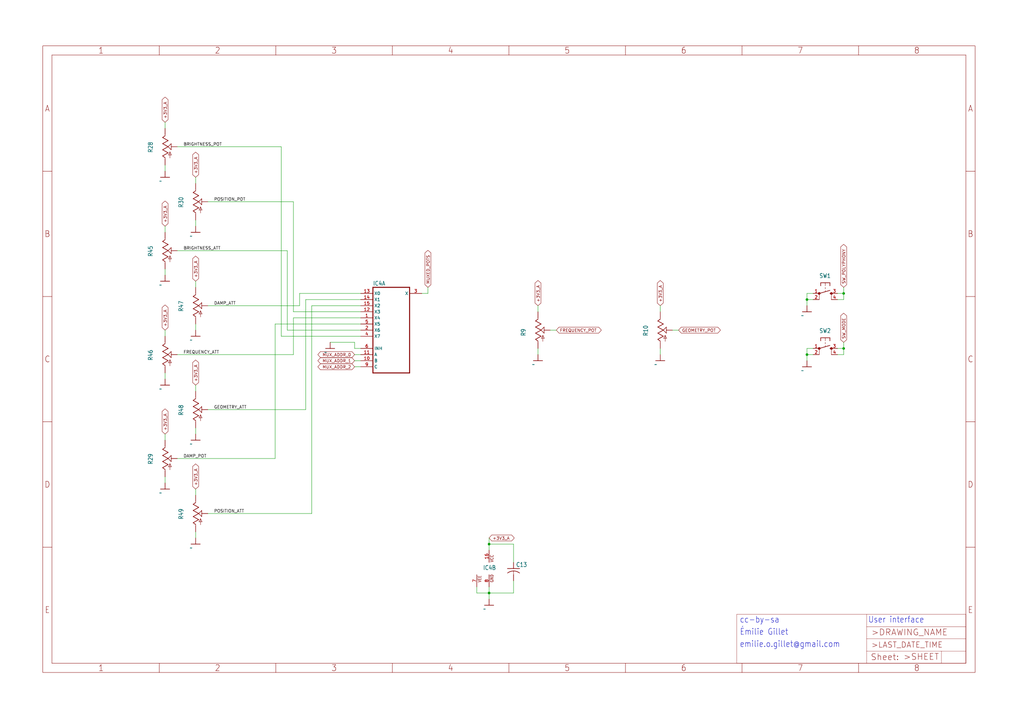
<source format=kicad_sch>
(kicad_sch (version 20211123) (generator eeschema)
  (paper "User" 425.45 299.161)
  (lib_symbols
    (symbol "rings_v30-eagle-import:4051PW"
      (property "Reference" "IC" (at -2.54 -0.635 0))
      (symbol "4051PW_1_0"
        (polyline (pts (xy -7.62 -17.78) (xy 7.62 -17.78)) (stroke (width 0.4064)))
        (polyline (pts (xy -7.62 17.78) (xy -7.62 -17.78)) (stroke (width 0.4064)))
        (polyline (pts (xy 7.62 -17.78) (xy 7.62 17.78)) (stroke (width 0.4064)))
        (polyline (pts (xy 7.62 17.78) (xy -7.62 17.78)) (stroke (width 0.4064)))
        (pin bidirectional line (at -12.7 5.08 0) (length 5.08) (name "X4") (number "1"))
        (pin input line (at -12.7 -12.7 0) (length 5.08) (name "B") (number "10"))
        (pin input line (at -12.7 -10.16 0) (length 5.08) (name "A") (number "11"))
        (pin bidirectional line (at -12.7 7.62 0) (length 5.08) (name "X3") (number "12"))
        (pin bidirectional line (at -12.7 15.24 0) (length 5.08) (name "X0") (number "13"))
        (pin bidirectional line (at -12.7 12.7 0) (length 5.08) (name "X1") (number "14"))
        (pin bidirectional line (at -12.7 10.16 0) (length 5.08) (name "X2") (number "15"))
        (pin bidirectional line (at -12.7 0 0) (length 5.08) (name "X6") (number "2"))
        (pin bidirectional line (at 12.7 15.24 180) (length 5.08) (name "X") (number "3"))
        (pin bidirectional line (at -12.7 -2.54 0) (length 5.08) (name "X7") (number "4"))
        (pin bidirectional line (at -12.7 2.54 0) (length 5.08) (name "X5") (number "5"))
        (pin input line (at -12.7 -7.62 0) (length 5.08) (name "INH") (number "6"))
        (pin input line (at -12.7 -15.24 0) (length 5.08) (name "C") (number "9"))
      )
      (symbol "4051PW_2_0"
        (text "GND" (at 1.905 -5.842 900) (effects (font (size 1.27 1.0795)) (justify left bottom)))
        (text "VCC" (at 1.905 2.54 900) (effects (font (size 1.27 1.0795)) (justify left bottom)))
        (text "VEE" (at -3.175 -5.842 900) (effects (font (size 1.27 1.0795)) (justify left bottom)))
        (pin power_in line (at 0 7.62 270) (length 5.08) (name "VCC") (number "16"))
        (pin power_in line (at -5.08 -7.62 90) (length 5.08) (name "VEE") (number "7"))
        (pin power_in line (at 0 -7.62 90) (length 5.08) (name "GND") (number "8"))
      )
    )
    (symbol "rings_v30-eagle-import:A3L-LOC"
      (symbol "A3L-LOC_0_0"
        (polyline (pts (xy 0 52.07) (xy 3.81 52.07)))
        (polyline (pts (xy 0 104.14) (xy 3.81 104.14)))
        (polyline (pts (xy 0 156.21) (xy 3.81 156.21)))
        (polyline (pts (xy 0 208.28) (xy 3.81 208.28)))
        (polyline (pts (xy 3.81 3.81) (xy 3.81 256.54)))
        (polyline (pts (xy 48.4188 0) (xy 48.4188 3.81)))
        (polyline (pts (xy 48.4188 256.54) (xy 48.4188 260.35)))
        (polyline (pts (xy 96.8375 0) (xy 96.8375 3.81)))
        (polyline (pts (xy 96.8375 256.54) (xy 96.8375 260.35)))
        (polyline (pts (xy 145.2563 0) (xy 145.2563 3.81)))
        (polyline (pts (xy 145.2563 256.54) (xy 145.2563 260.35)))
        (polyline (pts (xy 193.675 0) (xy 193.675 3.81)))
        (polyline (pts (xy 193.675 256.54) (xy 193.675 260.35)))
        (polyline (pts (xy 242.0938 0) (xy 242.0938 3.81)))
        (polyline (pts (xy 242.0938 256.54) (xy 242.0938 260.35)))
        (polyline (pts (xy 290.5125 0) (xy 290.5125 3.81)))
        (polyline (pts (xy 290.5125 256.54) (xy 290.5125 260.35)))
        (polyline (pts (xy 338.9313 0) (xy 338.9313 3.81)))
        (polyline (pts (xy 338.9313 256.54) (xy 338.9313 260.35)))
        (polyline (pts (xy 383.54 3.81) (xy 3.81 3.81)))
        (polyline (pts (xy 383.54 3.81) (xy 383.54 256.54)))
        (polyline (pts (xy 383.54 52.07) (xy 387.35 52.07)))
        (polyline (pts (xy 383.54 104.14) (xy 387.35 104.14)))
        (polyline (pts (xy 383.54 156.21) (xy 387.35 156.21)))
        (polyline (pts (xy 383.54 208.28) (xy 387.35 208.28)))
        (polyline (pts (xy 383.54 256.54) (xy 3.81 256.54)))
        (polyline (pts (xy 0 0) (xy 387.35 0) (xy 387.35 260.35) (xy 0 260.35) (xy 0 0)))
        (text "1" (at 24.2094 1.905 0) (effects (font (size 2.54 2.286))))
        (text "1" (at 24.2094 258.445 0) (effects (font (size 2.54 2.286))))
        (text "2" (at 72.6281 1.905 0) (effects (font (size 2.54 2.286))))
        (text "2" (at 72.6281 258.445 0) (effects (font (size 2.54 2.286))))
        (text "3" (at 121.0469 1.905 0) (effects (font (size 2.54 2.286))))
        (text "3" (at 121.0469 258.445 0) (effects (font (size 2.54 2.286))))
        (text "4" (at 169.4656 1.905 0) (effects (font (size 2.54 2.286))))
        (text "4" (at 169.4656 258.445 0) (effects (font (size 2.54 2.286))))
        (text "5" (at 217.8844 1.905 0) (effects (font (size 2.54 2.286))))
        (text "5" (at 217.8844 258.445 0) (effects (font (size 2.54 2.286))))
        (text "6" (at 266.3031 1.905 0) (effects (font (size 2.54 2.286))))
        (text "6" (at 266.3031 258.445 0) (effects (font (size 2.54 2.286))))
        (text "7" (at 314.7219 1.905 0) (effects (font (size 2.54 2.286))))
        (text "7" (at 314.7219 258.445 0) (effects (font (size 2.54 2.286))))
        (text "8" (at 363.1406 1.905 0) (effects (font (size 2.54 2.286))))
        (text "8" (at 363.1406 258.445 0) (effects (font (size 2.54 2.286))))
        (text "A" (at 1.905 234.315 0) (effects (font (size 2.54 2.286))))
        (text "A" (at 385.445 234.315 0) (effects (font (size 2.54 2.286))))
        (text "B" (at 1.905 182.245 0) (effects (font (size 2.54 2.286))))
        (text "B" (at 385.445 182.245 0) (effects (font (size 2.54 2.286))))
        (text "C" (at 1.905 130.175 0) (effects (font (size 2.54 2.286))))
        (text "C" (at 385.445 130.175 0) (effects (font (size 2.54 2.286))))
        (text "D" (at 1.905 78.105 0) (effects (font (size 2.54 2.286))))
        (text "D" (at 385.445 78.105 0) (effects (font (size 2.54 2.286))))
        (text "E" (at 1.905 26.035 0) (effects (font (size 2.54 2.286))))
        (text "E" (at 385.445 26.035 0) (effects (font (size 2.54 2.286))))
      )
      (symbol "A3L-LOC_1_0"
        (polyline (pts (xy 288.29 3.81) (xy 288.29 24.13)) (stroke (width 0.1016)))
        (polyline (pts (xy 288.29 3.81) (xy 342.265 3.81)) (stroke (width 0.1016)))
        (polyline (pts (xy 288.29 24.13) (xy 342.265 24.13)) (stroke (width 0.1016)))
        (polyline (pts (xy 342.265 3.81) (xy 373.38 3.81)) (stroke (width 0.1016)))
        (polyline (pts (xy 342.265 8.89) (xy 342.265 3.81)) (stroke (width 0.1016)))
        (polyline (pts (xy 342.265 8.89) (xy 342.265 13.97)) (stroke (width 0.1016)))
        (polyline (pts (xy 342.265 13.97) (xy 342.265 19.05)) (stroke (width 0.1016)))
        (polyline (pts (xy 342.265 13.97) (xy 383.54 13.97)) (stroke (width 0.1016)))
        (polyline (pts (xy 342.265 19.05) (xy 342.265 24.13)) (stroke (width 0.1016)))
        (polyline (pts (xy 342.265 19.05) (xy 383.54 19.05)) (stroke (width 0.1016)))
        (polyline (pts (xy 342.265 24.13) (xy 383.54 24.13)) (stroke (width 0.1016)))
        (polyline (pts (xy 373.38 3.81) (xy 373.38 8.89)) (stroke (width 0.1016)))
        (polyline (pts (xy 373.38 3.81) (xy 383.54 3.81)) (stroke (width 0.1016)))
        (polyline (pts (xy 373.38 8.89) (xy 342.265 8.89)) (stroke (width 0.1016)))
        (polyline (pts (xy 373.38 8.89) (xy 383.54 8.89)) (stroke (width 0.1016)))
        (polyline (pts (xy 383.54 3.81) (xy 383.54 8.89)) (stroke (width 0.1016)))
        (polyline (pts (xy 383.54 8.89) (xy 383.54 13.97)) (stroke (width 0.1016)))
        (polyline (pts (xy 383.54 13.97) (xy 383.54 19.05)) (stroke (width 0.1016)))
        (polyline (pts (xy 383.54 19.05) (xy 383.54 24.13)) (stroke (width 0.1016)))
        (text ">DRAWING_NAME" (at 344.17 15.24 0) (effects (font (size 2.54 2.54)) (justify left bottom)))
        (text ">LAST_DATE_TIME" (at 344.17 10.16 0) (effects (font (size 2.286 2.286)) (justify left bottom)))
        (text ">SHEET" (at 357.505 5.08 0) (effects (font (size 2.54 2.54)) (justify left bottom)))
        (text "Sheet:" (at 343.916 4.953 0) (effects (font (size 2.54 2.54)) (justify left bottom)))
      )
    )
    (symbol "rings_v30-eagle-import:C-USC0603"
      (property "Reference" "C" (at 1.016 0.635 0))
      (property "Value" "C-USC0603" (at 1.016 -4.191 0))
      (symbol "C-USC0603_1_0"
        (arc (start 0 -1.0161) (mid -1.302 -1.2303) (end -2.4668 -1.8504) (stroke (width 0.254)))
        (polyline (pts (xy -2.54 0) (xy 2.54 0)) (stroke (width 0.254)))
        (polyline (pts (xy 0 -1.016) (xy 0 -2.54)) (stroke (width 0.1524)))
        (arc (start 2.4892 -1.8542) (mid 1.3158 -1.2195) (end 0 -1) (stroke (width 0.254)))
        (pin passive line (at 0 2.54 270) (length 2.54) (name "1") (number "1"))
        (pin passive line (at 0 -5.08 90) (length 2.54) (name "2") (number "2"))
      )
    )
    (symbol "rings_v30-eagle-import:GND" (power)
      (property "Value" "GND" (at -2.54 -2.54 0))
      (symbol "GND_1_0"
        (polyline (pts (xy -1.905 0) (xy 1.905 0)) (stroke (width 0.254)))
        (pin power_in line (at 0 2.54 270) (length 2.54) (name "GND") (number "1"))
      )
    )
    (symbol "rings_v30-eagle-import:POT_USVERTICAL"
      (property "Reference" "R" (at -5.08 -2.54 90))
      (property "Value" "POT_USVERTICAL" (at -2.54 -2.54 90))
      (symbol "POT_USVERTICAL_1_0"
        (polyline (pts (xy -1.016 -3.81) (xy 1.27 -2.54)) (stroke (width 0.254)))
        (polyline (pts (xy -1.016 -1.27) (xy 1.27 0)) (stroke (width 0.254)))
        (polyline (pts (xy -1.016 1.27) (xy 1.27 2.54)) (stroke (width 0.254)))
        (polyline (pts (xy -1.016 3.81) (xy 0 4.572)) (stroke (width 0.254)))
        (polyline (pts (xy 0 -5.08) (xy 0 -4.572)) (stroke (width 0.1524)))
        (polyline (pts (xy 0 -4.572) (xy -1.016 -3.81)) (stroke (width 0.254)))
        (polyline (pts (xy 0 4.572) (xy 0 5.08)) (stroke (width 0.1524)))
        (polyline (pts (xy 1.27 -2.54) (xy -1.016 -1.27)) (stroke (width 0.254)))
        (polyline (pts (xy 1.27 0) (xy -1.016 1.27)) (stroke (width 0.254)))
        (polyline (pts (xy 1.27 0) (xy 2.54 1.27)) (stroke (width 0.2032)))
        (polyline (pts (xy 1.27 2.54) (xy -1.016 3.81)) (stroke (width 0.254)))
        (polyline (pts (xy 1.397 -3.429) (xy 2.032 -2.159)) (stroke (width 0.1524)))
        (polyline (pts (xy 2.032 -4.699) (xy 2.032 -2.159)) (stroke (width 0.1524)))
        (polyline (pts (xy 2.032 -2.159) (xy 2.667 -3.429)) (stroke (width 0.1524)))
        (polyline (pts (xy 2.54 -1.27) (xy 1.27 0)) (stroke (width 0.2032)))
        (polyline (pts (xy 2.54 1.27) (xy 2.54 -1.27)) (stroke (width 0.2032)))
        (polyline (pts (xy 2.667 -3.429) (xy 1.397 -3.429)) (stroke (width 0.1524)))
        (pin passive line (at 0 7.62 270) (length 2.54) (name "E") (number "P$1"))
        (pin passive line (at 5.08 0 180) (length 2.54) (name "S") (number "P$2"))
        (pin passive line (at 0 -7.62 90) (length 2.54) (name "A") (number "P$3"))
      )
    )
    (symbol "rings_v30-eagle-import:POT_USVERTICAL_PS"
      (property "Reference" "R" (at -5.08 -2.54 90))
      (property "Value" "POT_USVERTICAL_PS" (at -2.54 -2.54 90))
      (symbol "POT_USVERTICAL_PS_1_0"
        (polyline (pts (xy -1.016 -3.81) (xy 1.27 -2.54)) (stroke (width 0.254)))
        (polyline (pts (xy -1.016 -1.27) (xy 1.27 0)) (stroke (width 0.254)))
        (polyline (pts (xy -1.016 1.27) (xy 1.27 2.54)) (stroke (width 0.254)))
        (polyline (pts (xy -1.016 3.81) (xy 0 4.572)) (stroke (width 0.254)))
        (polyline (pts (xy 0 -5.08) (xy 0 -4.572)) (stroke (width 0.1524)))
        (polyline (pts (xy 0 -4.572) (xy -1.016 -3.81)) (stroke (width 0.254)))
        (polyline (pts (xy 0 4.572) (xy 0 5.08)) (stroke (width 0.1524)))
        (polyline (pts (xy 1.27 -2.54) (xy -1.016 -1.27)) (stroke (width 0.254)))
        (polyline (pts (xy 1.27 0) (xy -1.016 1.27)) (stroke (width 0.254)))
        (polyline (pts (xy 1.27 0) (xy 2.54 1.27)) (stroke (width 0.2032)))
        (polyline (pts (xy 1.27 2.54) (xy -1.016 3.81)) (stroke (width 0.254)))
        (polyline (pts (xy 1.397 -3.429) (xy 2.032 -2.159)) (stroke (width 0.1524)))
        (polyline (pts (xy 2.032 -4.699) (xy 2.032 -2.159)) (stroke (width 0.1524)))
        (polyline (pts (xy 2.032 -2.159) (xy 2.667 -3.429)) (stroke (width 0.1524)))
        (polyline (pts (xy 2.54 -1.27) (xy 1.27 0)) (stroke (width 0.2032)))
        (polyline (pts (xy 2.54 1.27) (xy 2.54 -1.27)) (stroke (width 0.2032)))
        (polyline (pts (xy 2.667 -3.429) (xy 1.397 -3.429)) (stroke (width 0.1524)))
        (pin passive line (at 0 7.62 270) (length 2.54) (name "E") (number "P$1"))
        (pin passive line (at 5.08 0 180) (length 2.54) (name "S") (number "P$2"))
        (pin passive line (at 0 -7.62 90) (length 2.54) (name "A") (number "P$3"))
      )
    )
    (symbol "rings_v30-eagle-import:TAC_SWITCHPTH"
      (property "Reference" "S" (at -2.54 6.35 0))
      (property "Value" "TAC_SWITCHPTH" (at -2.54 -6.35 0))
      (symbol "TAC_SWITCHPTH_1_0"
        (circle (center -2.54 0) (radius 0.127) (stroke (width 0.4064)))
        (polyline (pts (xy -2.54 -2.54) (xy -2.54 0)) (stroke (width 0.1524)))
        (polyline (pts (xy -2.54 0) (xy 1.905 1.27)) (stroke (width 0.254)))
        (polyline (pts (xy -1.905 4.445) (xy -1.905 3.175)) (stroke (width 0.254)))
        (polyline (pts (xy 0 1.27) (xy 0 0.635)) (stroke (width 0.1524)))
        (polyline (pts (xy 0 2.54) (xy 0 1.905)) (stroke (width 0.1524)))
        (polyline (pts (xy 0 4.445) (xy -1.905 4.445)) (stroke (width 0.254)))
        (polyline (pts (xy 0 4.445) (xy 0 3.175)) (stroke (width 0.1524)))
        (polyline (pts (xy 1.905 0) (xy 2.54 0)) (stroke (width 0.254)))
        (polyline (pts (xy 1.905 4.445) (xy 0 4.445)) (stroke (width 0.254)))
        (polyline (pts (xy 1.905 4.445) (xy 1.905 3.175)) (stroke (width 0.254)))
        (polyline (pts (xy 2.54 -2.54) (xy 2.54 0)) (stroke (width 0.1524)))
        (circle (center 2.54 0) (radius 0.127) (stroke (width 0.4064)))
        (pin passive line (at -5.08 0 0) (length 2.54) (name "1") (number "1"))
        (pin passive line (at -5.08 -2.54 0) (length 2.54) (name "2") (number "2"))
        (pin passive line (at 5.08 0 180) (length 2.54) (name "3") (number "3"))
        (pin passive line (at 5.08 -2.54 180) (length 2.54) (name "4") (number "4"))
      )
    )
  )
  (junction (at 335.28 124.46))
  (junction (at 203.2 246.38))
  (junction (at 350.52 144.78))
  (junction (at 203.2 226.06))
  (junction (at 350.52 121.92))
  (junction (at 335.28 147.32))
  (wire (pts (xy 73.66 104.14) (xy 119.38 104.14)))
  (wire (pts (xy 347.98 147.32) (xy 350.52 147.32)))
  (wire (pts (xy 335.28 144.78) (xy 335.28 147.32)))
  (wire (pts (xy 81.28 162.56) (xy 81.28 160.02)))
  (wire (pts (xy 213.36 241.3) (xy 213.36 246.38)))
  (wire (pts (xy 203.2 228.6) (xy 203.2 226.06)))
  (wire (pts (xy 86.36 213.36) (xy 129.54 213.36)))
  (wire (pts (xy 68.58 96.52) (xy 68.58 93.98)))
  (wire (pts (xy 203.2 246.38) (xy 203.2 243.84)))
  (wire (pts (xy 337.82 144.78) (xy 335.28 144.78)))
  (wire (pts (xy 335.28 147.32) (xy 335.28 149.86)))
  (wire (pts (xy 73.66 190.5) (xy 114.3 190.5)))
  (wire (pts (xy 86.36 127) (xy 124.46 127)))
  (wire (pts (xy 347.98 124.46) (xy 350.52 124.46)))
  (wire (pts (xy 129.54 213.36) (xy 129.54 127)))
  (wire (pts (xy 124.46 121.92) (xy 149.86 121.92)))
  (wire (pts (xy 175.26 121.92) (xy 177.8 121.92)))
  (wire (pts (xy 121.92 147.32) (xy 121.92 132.08)))
  (wire (pts (xy 198.12 246.38) (xy 203.2 246.38)))
  (wire (pts (xy 203.2 248.92) (xy 203.2 246.38)))
  (wire (pts (xy 177.8 121.92) (xy 177.8 119.38)))
  (wire (pts (xy 274.32 144.78) (xy 274.32 147.32)))
  (wire (pts (xy 116.84 60.96) (xy 116.84 139.7)))
  (wire (pts (xy 198.12 243.84) (xy 198.12 246.38)))
  (wire (pts (xy 274.32 129.54) (xy 274.32 127)))
  (wire (pts (xy 223.52 129.54) (xy 223.52 127)))
  (wire (pts (xy 350.52 147.32) (xy 350.52 144.78)))
  (wire (pts (xy 350.52 144.78) (xy 350.52 142.24)))
  (wire (pts (xy 149.86 147.32) (xy 147.32 147.32)))
  (wire (pts (xy 127 124.46) (xy 149.86 124.46)))
  (wire (pts (xy 149.86 152.4) (xy 147.32 152.4)))
  (wire (pts (xy 147.32 144.78) (xy 147.32 142.24)))
  (wire (pts (xy 116.84 139.7) (xy 149.86 139.7)))
  (wire (pts (xy 68.58 68.58) (xy 68.58 71.12)))
  (wire (pts (xy 114.3 134.62) (xy 149.86 134.62)))
  (wire (pts (xy 119.38 137.16) (xy 149.86 137.16)))
  (wire (pts (xy 119.38 104.14) (xy 119.38 137.16)))
  (wire (pts (xy 86.36 83.82) (xy 121.92 83.82)))
  (wire (pts (xy 81.28 119.38) (xy 81.28 116.84)))
  (wire (pts (xy 347.98 121.92) (xy 350.52 121.92)))
  (wire (pts (xy 124.46 127) (xy 124.46 121.92)))
  (wire (pts (xy 81.28 220.98) (xy 81.28 223.52)))
  (wire (pts (xy 86.36 170.18) (xy 127 170.18)))
  (wire (pts (xy 81.28 134.62) (xy 81.28 137.16)))
  (wire (pts (xy 228.6 137.16) (xy 231.14 137.16)))
  (wire (pts (xy 337.82 121.92) (xy 335.28 121.92)))
  (wire (pts (xy 68.58 154.94) (xy 68.58 157.48)))
  (wire (pts (xy 121.92 132.08) (xy 149.86 132.08)))
  (wire (pts (xy 279.4 137.16) (xy 281.94 137.16)))
  (wire (pts (xy 335.28 121.92) (xy 335.28 124.46)))
  (wire (pts (xy 121.92 129.54) (xy 149.86 129.54)))
  (wire (pts (xy 73.66 60.96) (xy 116.84 60.96)))
  (wire (pts (xy 129.54 127) (xy 149.86 127)))
  (wire (pts (xy 73.66 147.32) (xy 121.92 147.32)))
  (wire (pts (xy 81.28 76.2) (xy 81.28 73.66)))
  (wire (pts (xy 121.92 83.82) (xy 121.92 129.54)))
  (wire (pts (xy 335.28 124.46) (xy 335.28 127)))
  (wire (pts (xy 68.58 182.88) (xy 68.58 180.34)))
  (wire (pts (xy 337.82 124.46) (xy 335.28 124.46)))
  (wire (pts (xy 81.28 177.8) (xy 81.28 180.34)))
  (wire (pts (xy 81.28 205.74) (xy 81.28 203.2)))
  (wire (pts (xy 213.36 226.06) (xy 213.36 233.68)))
  (wire (pts (xy 149.86 144.78) (xy 147.32 144.78)))
  (wire (pts (xy 213.36 226.06) (xy 203.2 226.06)))
  (wire (pts (xy 127 170.18) (xy 127 124.46)))
  (wire (pts (xy 347.98 144.78) (xy 350.52 144.78)))
  (wire (pts (xy 147.32 142.24) (xy 137.16 142.24)))
  (wire (pts (xy 68.58 139.7) (xy 68.58 137.16)))
  (wire (pts (xy 203.2 246.38) (xy 213.36 246.38)))
  (wire (pts (xy 68.58 53.34) (xy 68.58 50.8)))
  (wire (pts (xy 81.28 91.44) (xy 81.28 93.98)))
  (wire (pts (xy 223.52 144.78) (xy 223.52 147.32)))
  (wire (pts (xy 149.86 149.86) (xy 147.32 149.86)))
  (wire (pts (xy 337.82 147.32) (xy 335.28 147.32)))
  (wire (pts (xy 68.58 198.12) (xy 68.58 200.66)))
  (wire (pts (xy 114.3 190.5) (xy 114.3 134.62)))
  (wire (pts (xy 350.52 124.46) (xy 350.52 121.92)))
  (wire (pts (xy 350.52 121.92) (xy 350.52 119.38)))
  (wire (pts (xy 203.2 226.06) (xy 203.2 223.52)))
  (wire (pts (xy 68.58 111.76) (xy 68.58 114.3)))
  (text "emilie.o.gillet@gmail.com" (at 307.34 269.24 180) (effects (font (size 2.54 2.159)) (justify left bottom)))
  (text "cc-by-sa" (at 307.34 259.08 180) (effects (font (size 2.54 2.159)) (justify left bottom)))
  (text "User interface" (at 360.68 259.08 180) (effects (font (size 2.54 2.159)) (justify left bottom)))
  (text "Émilie Gillet" (at 307.34 264.16 180) (effects (font (size 2.54 2.159)) (justify left bottom)))
  (label "BRIGHTNESS_POT" (at 76.2 60.96 0) (effects (font (size 1.2446 1.2446))))
  (label "DAMP_POT" (at 76.2 190.5 0) (effects (font (size 1.2446 1.2446))))
  (label "BRIGHTNESS_ATT" (at 76.2 104.14 0) (effects (font (size 1.2446 1.2446))))
  (label "POSITION_ATT" (at 88.9 213.36 0) (effects (font (size 1.2446 1.2446))))
  (label "DAMP_ATT" (at 88.9 127 0) (effects (font (size 1.2446 1.2446))))
  (label "GEOMETRY_ATT" (at 88.9 170.18 0) (effects (font (size 1.2446 1.2446))))
  (label "FREQUENCY_ATT" (at 76.2 147.32 0) (effects (font (size 1.2446 1.2446))))
  (label "POSITION_POT" (at 88.9 83.82 0) (effects (font (size 1.2446 1.2446))))
  (global_label "+3V3_A" (shape bidirectional) (at 81.28 73.66 90) (effects (font (size 1.2446 1.2446))) (property "Intersheet References" "${INTERSHEET_REFS}" (effects hide)))
  (global_label "MUX_ADDR_0" (shape bidirectional) (at 147.32 147.32 180) (effects (font (size 1.2446 1.2446))) (property "Intersheet References" "${INTERSHEET_REFS}" (effects hide)))
  (global_label "+3V3_A" (shape bidirectional) (at 68.58 137.16 90) (effects (font (size 1.2446 1.2446))) (property "Intersheet References" "${INTERSHEET_REFS}" (effects hide)))
  (global_label "SW_MODE" (shape bidirectional) (at 350.52 142.24 90) (effects (font (size 1.2446 1.2446))) (property "Intersheet References" "${INTERSHEET_REFS}" (effects hide)))
  (global_label "SW_POLYPHONY" (shape bidirectional) (at 350.52 119.38 90) (effects (font (size 1.2446 1.2446))) (property "Intersheet References" "${INTERSHEET_REFS}" (effects hide)))
  (global_label "MUX_ADDR_2" (shape bidirectional) (at 147.32 152.4 180) (effects (font (size 1.2446 1.2446))) (property "Intersheet References" "${INTERSHEET_REFS}" (effects hide)))
  (global_label "+3V3_A" (shape bidirectional) (at 81.28 116.84 90) (effects (font (size 1.2446 1.2446))) (property "Intersheet References" "${INTERSHEET_REFS}" (effects hide)))
  (global_label "+3V3_A" (shape bidirectional) (at 68.58 93.98 90) (effects (font (size 1.2446 1.2446))) (property "Intersheet References" "${INTERSHEET_REFS}" (effects hide)))
  (global_label "+3V3_A" (shape bidirectional) (at 274.32 127 90) (effects (font (size 1.2446 1.2446))) (property "Intersheet References" "${INTERSHEET_REFS}" (effects hide)))
  (global_label "+3V3_A" (shape bidirectional) (at 81.28 160.02 90) (effects (font (size 1.2446 1.2446))) (property "Intersheet References" "${INTERSHEET_REFS}" (effects hide)))
  (global_label "+3V3_A" (shape bidirectional) (at 203.2 223.52 0) (effects (font (size 1.2446 1.2446))) (property "Intersheet References" "${INTERSHEET_REFS}" (effects hide)))
  (global_label "GEOMETRY_POT" (shape bidirectional) (at 281.94 137.16 0) (effects (font (size 1.2446 1.2446))) (property "Intersheet References" "${INTERSHEET_REFS}" (effects hide)))
  (global_label "MUX_ADDR_1" (shape bidirectional) (at 147.32 149.86 180) (effects (font (size 1.2446 1.2446))) (property "Intersheet References" "${INTERSHEET_REFS}" (effects hide)))
  (global_label "MUXED_POTS" (shape bidirectional) (at 177.8 119.38 90) (effects (font (size 1.2446 1.2446))) (property "Intersheet References" "${INTERSHEET_REFS}" (effects hide)))
  (global_label "+3V3_A" (shape bidirectional) (at 81.28 203.2 90) (effects (font (size 1.2446 1.2446))) (property "Intersheet References" "${INTERSHEET_REFS}" (effects hide)))
  (global_label "+3V3_A" (shape bidirectional) (at 68.58 50.8 90) (effects (font (size 1.2446 1.2446))) (property "Intersheet References" "${INTERSHEET_REFS}" (effects hide)))
  (global_label "FREQUENCY_POT" (shape bidirectional) (at 231.14 137.16 0) (effects (font (size 1.2446 1.2446))) (property "Intersheet References" "${INTERSHEET_REFS}" (effects hide)))
  (global_label "+3V3_A" (shape bidirectional) (at 68.58 180.34 90) (effects (font (size 1.2446 1.2446))) (property "Intersheet References" "${INTERSHEET_REFS}" (effects hide)))
  (global_label "+3V3_A" (shape bidirectional) (at 223.52 127 90) (effects (font (size 1.2446 1.2446))) (property "Intersheet References" "${INTERSHEET_REFS}" (effects hide)))
  (symbol (lib_id "rings_v30-eagle-import:GND") (at 68.58 203.2 0) (unit 1)
    (property "Reference" "#GND46" (effects hide))
  )
  (symbol (lib_id "rings_v30-eagle-import:GND") (at 335.28 152.4 0) (unit 1)
    (property "Reference" "#GND66" (effects hide))
  )
  (symbol (lib_id "rings_v30-eagle-import:GND") (at 68.58 73.66 0) (unit 1)
    (property "Reference" "#GND88" (effects hide))
  )
  (symbol (lib_id "rings_v30-eagle-import:POT_USVERTICAL_PS") (at 68.58 190.5 0) (unit 1)
    (property "Reference" "R29" (at 63.5 193.04 90) (effects (font (size 1.778 1.5113)) (justify left bottom)))
  )
  (symbol (lib_id "rings_v30-eagle-import:POT_USVERTICAL") (at 68.58 104.14 0) (unit 1)
    (property "Reference" "R45" (at 63.5 106.68 90) (effects (font (size 1.778 1.5113)) (justify left bottom)))
  )
  (symbol (lib_id "rings_v30-eagle-import:POT_USVERTICAL_PS") (at 68.58 60.96 0) (unit 1)
    (property "Reference" "R28" (at 63.5 63.5 90) (effects (font (size 1.778 1.5113)) (justify left bottom)))
  )
  (symbol (lib_id "rings_v30-eagle-import:POT_USVERTICAL_PS") (at 81.28 83.82 0) (unit 1)
    (property "Reference" "R30" (at 76.2 86.36 90) (effects (font (size 1.778 1.5113)) (justify left bottom)))
  )
  (symbol (lib_id "rings_v30-eagle-import:GND") (at 81.28 182.88 0) (unit 1)
    (property "Reference" "#GND25" (effects hide))
  )
  (symbol (lib_id "rings_v30-eagle-import:POT_USVERTICAL_PS") (at 223.52 137.16 0) (unit 1)
    (property "Reference" "R9" (at 218.44 139.7 90) (effects (font (size 1.778 1.5113)) (justify left bottom)))
  )
  (symbol (lib_id "rings_v30-eagle-import:POT_USVERTICAL") (at 81.28 170.18 0) (unit 1)
    (property "Reference" "R48" (at 76.2 172.72 90) (effects (font (size 1.778 1.5113)) (justify left bottom)))
  )
  (symbol (lib_id "rings_v30-eagle-import:GND") (at 274.32 149.86 0) (unit 1)
    (property "Reference" "#GND47" (effects hide))
  )
  (symbol (lib_id "rings_v30-eagle-import:TAC_SWITCHPTH") (at 342.9 121.92 0) (unit 1)
    (property "Reference" "SW1" (at 340.36 115.57 0) (effects (font (size 1.778 1.5113)) (justify left bottom)))
  )
  (symbol (lib_id "rings_v30-eagle-import:POT_USVERTICAL") (at 81.28 213.36 0) (unit 1)
    (property "Reference" "R49" (at 76.2 215.9 90) (effects (font (size 1.778 1.5113)) (justify left bottom)))
  )
  (symbol (lib_id "rings_v30-eagle-import:GND") (at 81.28 226.06 0) (unit 1)
    (property "Reference" "#GND44" (effects hide))
  )
  (symbol (lib_id "rings_v30-eagle-import:POT_USVERTICAL_PS") (at 274.32 137.16 0) (unit 1)
    (property "Reference" "R10" (at 269.24 139.7 90) (effects (font (size 1.778 1.5113)) (justify left bottom)))
  )
  (symbol (lib_id "rings_v30-eagle-import:C-USC0603") (at 213.36 236.22 0) (unit 1)
    (property "Reference" "C13" (at 214.376 235.585 0) (effects (font (size 1.778 1.5113)) (justify left bottom)))
  )
  (symbol (lib_id "rings_v30-eagle-import:4051PW") (at 203.2 236.22 0) (unit 2)
    (property "Reference" "IC4" (at 200.66 236.855 0) (effects (font (size 1.778 1.5113)) (justify left bottom)))
  )
  (symbol (lib_id "rings_v30-eagle-import:A3L-LOC") (at 17.78 279.4 0) (unit 1)
    (property "Reference" "#FRAME4" (effects hide))
  )
  (symbol (lib_id "rings_v30-eagle-import:POT_USVERTICAL") (at 68.58 147.32 0) (unit 1)
    (property "Reference" "R46" (at 63.5 149.86 90) (effects (font (size 1.778 1.5113)) (justify left bottom)))
  )
  (symbol (lib_id "rings_v30-eagle-import:GND") (at 335.28 129.54 0) (unit 1)
    (property "Reference" "#GND12" (effects hide))
  )
  (symbol (lib_id "rings_v30-eagle-import:GND") (at 81.28 139.7 0) (unit 1)
    (property "Reference" "#GND14" (effects hide))
  )
  (symbol (lib_id "rings_v30-eagle-import:GND") (at 68.58 160.02 0) (unit 1)
    (property "Reference" "#GND3" (effects hide))
  )
  (symbol (lib_id "rings_v30-eagle-import:GND") (at 223.52 149.86 0) (unit 1)
    (property "Reference" "#GND10" (effects hide))
  )
  (symbol (lib_id "rings_v30-eagle-import:GND") (at 68.58 116.84 0) (unit 1)
    (property "Reference" "#GND60" (effects hide))
  )
  (symbol (lib_id "rings_v30-eagle-import:GND") (at 81.28 96.52 0) (unit 1)
    (property "Reference" "#GND48" (effects hide))
  )
  (symbol (lib_id "rings_v30-eagle-import:GND") (at 203.2 251.46 0) (unit 1)
    (property "Reference" "#GND63" (effects hide))
  )
  (symbol (lib_id "rings_v30-eagle-import:4051PW") (at 162.56 137.16 0) (unit 1)
    (property "Reference" "IC4" (at 154.94 118.745 0) (effects (font (size 1.778 1.5113)) (justify left bottom)))
  )
  (symbol (lib_id "rings_v30-eagle-import:GND") (at 137.16 144.78 0) (unit 1)
    (property "Reference" "#GND26" (effects hide))
  )
  (symbol (lib_id "rings_v30-eagle-import:TAC_SWITCHPTH") (at 342.9 144.78 0) (unit 1)
    (property "Reference" "SW2" (at 340.36 138.43 0) (effects (font (size 1.778 1.5113)) (justify left bottom)))
  )
  (symbol (lib_id "rings_v30-eagle-import:POT_USVERTICAL") (at 81.28 127 0) (unit 1)
    (property "Reference" "R47" (at 76.2 129.54 90) (effects (font (size 1.778 1.5113)) (justify left bottom)))
  )
)
</source>
